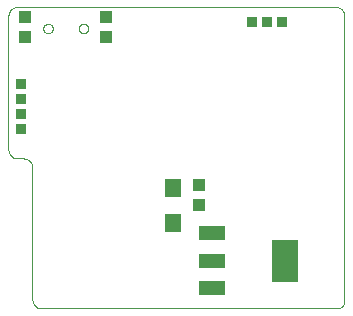
<source format=gbp>
G75*
%MOIN*%
%OFA0B0*%
%FSLAX25Y25*%
%IPPOS*%
%LPD*%
%AMOC8*
5,1,8,0,0,1.08239X$1,22.5*
%
%ADD10C,0.00000*%
%ADD11R,0.04331X0.03937*%
%ADD12R,0.03500X0.03200*%
%ADD13R,0.03200X0.03500*%
%ADD14R,0.08800X0.04800*%
%ADD15R,0.08661X0.14173*%
%ADD16R,0.03937X0.04331*%
%ADD17R,0.05512X0.06299*%
D10*
X0086078Y0053500D02*
X0086185Y0053498D01*
X0086292Y0053492D01*
X0086399Y0053483D01*
X0086505Y0053469D01*
X0086611Y0053452D01*
X0086716Y0053431D01*
X0086820Y0053407D01*
X0086923Y0053378D01*
X0087025Y0053346D01*
X0087126Y0053311D01*
X0087226Y0053272D01*
X0087324Y0053229D01*
X0087421Y0053183D01*
X0087516Y0053133D01*
X0087609Y0053080D01*
X0087700Y0053024D01*
X0087789Y0052964D01*
X0087876Y0052902D01*
X0087960Y0052836D01*
X0088043Y0052767D01*
X0088122Y0052696D01*
X0088199Y0052621D01*
X0088274Y0052544D01*
X0088345Y0052465D01*
X0088414Y0052382D01*
X0088480Y0052298D01*
X0088542Y0052211D01*
X0088602Y0052122D01*
X0088658Y0052031D01*
X0088711Y0051938D01*
X0088761Y0051843D01*
X0088807Y0051746D01*
X0088850Y0051648D01*
X0088889Y0051548D01*
X0088924Y0051447D01*
X0088956Y0051345D01*
X0088985Y0051242D01*
X0089009Y0051138D01*
X0089030Y0051033D01*
X0089047Y0050927D01*
X0089061Y0050821D01*
X0089070Y0050714D01*
X0089076Y0050607D01*
X0089078Y0050500D01*
X0089078Y0006500D01*
X0089080Y0006393D01*
X0089086Y0006286D01*
X0089095Y0006179D01*
X0089109Y0006073D01*
X0089126Y0005967D01*
X0089147Y0005862D01*
X0089171Y0005758D01*
X0089200Y0005655D01*
X0089232Y0005553D01*
X0089267Y0005452D01*
X0089306Y0005352D01*
X0089349Y0005254D01*
X0089395Y0005157D01*
X0089445Y0005062D01*
X0089498Y0004969D01*
X0089554Y0004878D01*
X0089614Y0004789D01*
X0089676Y0004702D01*
X0089742Y0004618D01*
X0089811Y0004535D01*
X0089882Y0004456D01*
X0089957Y0004379D01*
X0090034Y0004304D01*
X0090113Y0004233D01*
X0090196Y0004164D01*
X0090280Y0004098D01*
X0090367Y0004036D01*
X0090456Y0003976D01*
X0090547Y0003920D01*
X0090640Y0003867D01*
X0090735Y0003817D01*
X0090832Y0003771D01*
X0090930Y0003728D01*
X0091030Y0003689D01*
X0091131Y0003654D01*
X0091233Y0003622D01*
X0091336Y0003593D01*
X0091440Y0003569D01*
X0091545Y0003548D01*
X0091651Y0003531D01*
X0091757Y0003517D01*
X0091864Y0003508D01*
X0091971Y0003502D01*
X0092078Y0003500D01*
X0190578Y0003500D01*
X0190676Y0003502D01*
X0190774Y0003508D01*
X0190872Y0003517D01*
X0190969Y0003531D01*
X0191066Y0003548D01*
X0191162Y0003569D01*
X0191257Y0003594D01*
X0191351Y0003622D01*
X0191443Y0003655D01*
X0191535Y0003690D01*
X0191625Y0003730D01*
X0191713Y0003772D01*
X0191800Y0003819D01*
X0191884Y0003868D01*
X0191967Y0003921D01*
X0192047Y0003977D01*
X0192126Y0004037D01*
X0192202Y0004099D01*
X0192275Y0004164D01*
X0192346Y0004232D01*
X0192414Y0004303D01*
X0192479Y0004376D01*
X0192541Y0004452D01*
X0192601Y0004531D01*
X0192657Y0004611D01*
X0192710Y0004694D01*
X0192759Y0004778D01*
X0192806Y0004865D01*
X0192848Y0004953D01*
X0192888Y0005043D01*
X0192923Y0005135D01*
X0192956Y0005227D01*
X0192984Y0005321D01*
X0193009Y0005416D01*
X0193030Y0005512D01*
X0193047Y0005609D01*
X0193061Y0005706D01*
X0193070Y0005804D01*
X0193076Y0005902D01*
X0193078Y0006000D01*
X0193078Y0101000D01*
X0193076Y0101107D01*
X0193070Y0101214D01*
X0193061Y0101321D01*
X0193047Y0101427D01*
X0193030Y0101533D01*
X0193009Y0101638D01*
X0192985Y0101742D01*
X0192956Y0101845D01*
X0192924Y0101947D01*
X0192889Y0102048D01*
X0192850Y0102148D01*
X0192807Y0102246D01*
X0192761Y0102343D01*
X0192711Y0102438D01*
X0192658Y0102531D01*
X0192602Y0102622D01*
X0192542Y0102711D01*
X0192480Y0102798D01*
X0192414Y0102882D01*
X0192345Y0102965D01*
X0192274Y0103044D01*
X0192199Y0103121D01*
X0192122Y0103196D01*
X0192043Y0103267D01*
X0191960Y0103336D01*
X0191876Y0103402D01*
X0191789Y0103464D01*
X0191700Y0103524D01*
X0191609Y0103580D01*
X0191516Y0103633D01*
X0191421Y0103683D01*
X0191324Y0103729D01*
X0191226Y0103772D01*
X0191126Y0103811D01*
X0191025Y0103846D01*
X0190923Y0103878D01*
X0190820Y0103907D01*
X0190716Y0103931D01*
X0190611Y0103952D01*
X0190505Y0103969D01*
X0190399Y0103983D01*
X0190292Y0103992D01*
X0190185Y0103998D01*
X0190078Y0104000D01*
X0084120Y0104000D01*
X0084011Y0103998D01*
X0083903Y0103992D01*
X0083795Y0103983D01*
X0083687Y0103969D01*
X0083580Y0103952D01*
X0083474Y0103931D01*
X0083368Y0103906D01*
X0083263Y0103877D01*
X0083160Y0103844D01*
X0083057Y0103808D01*
X0082956Y0103769D01*
X0082857Y0103725D01*
X0082759Y0103678D01*
X0082663Y0103628D01*
X0082568Y0103574D01*
X0082476Y0103517D01*
X0082386Y0103457D01*
X0082298Y0103393D01*
X0082212Y0103327D01*
X0082129Y0103257D01*
X0082048Y0103185D01*
X0081970Y0103109D01*
X0081894Y0103031D01*
X0081822Y0102950D01*
X0081752Y0102867D01*
X0081686Y0102781D01*
X0081622Y0102693D01*
X0081562Y0102603D01*
X0081505Y0102511D01*
X0081451Y0102416D01*
X0081401Y0102320D01*
X0081354Y0102222D01*
X0081310Y0102123D01*
X0081271Y0102022D01*
X0081235Y0101919D01*
X0081202Y0101816D01*
X0081173Y0101711D01*
X0081148Y0101605D01*
X0081127Y0101499D01*
X0081110Y0101392D01*
X0081096Y0101284D01*
X0081087Y0101176D01*
X0081081Y0101068D01*
X0081079Y0100959D01*
X0081078Y0100959D02*
X0081078Y0056500D01*
X0081080Y0056393D01*
X0081086Y0056286D01*
X0081095Y0056179D01*
X0081109Y0056073D01*
X0081126Y0055967D01*
X0081147Y0055862D01*
X0081171Y0055758D01*
X0081200Y0055655D01*
X0081232Y0055553D01*
X0081267Y0055452D01*
X0081306Y0055352D01*
X0081349Y0055254D01*
X0081395Y0055157D01*
X0081445Y0055062D01*
X0081498Y0054969D01*
X0081554Y0054878D01*
X0081614Y0054789D01*
X0081676Y0054702D01*
X0081742Y0054618D01*
X0081811Y0054535D01*
X0081882Y0054456D01*
X0081957Y0054379D01*
X0082034Y0054304D01*
X0082113Y0054233D01*
X0082196Y0054164D01*
X0082280Y0054098D01*
X0082367Y0054036D01*
X0082456Y0053976D01*
X0082547Y0053920D01*
X0082640Y0053867D01*
X0082735Y0053817D01*
X0082832Y0053771D01*
X0082930Y0053728D01*
X0083030Y0053689D01*
X0083131Y0053654D01*
X0083233Y0053622D01*
X0083336Y0053593D01*
X0083440Y0053569D01*
X0083545Y0053548D01*
X0083651Y0053531D01*
X0083757Y0053517D01*
X0083864Y0053508D01*
X0083971Y0053502D01*
X0084078Y0053500D01*
X0086078Y0053500D01*
X0092722Y0096804D02*
X0092724Y0096883D01*
X0092730Y0096962D01*
X0092740Y0097041D01*
X0092754Y0097119D01*
X0092771Y0097196D01*
X0092793Y0097272D01*
X0092818Y0097347D01*
X0092848Y0097420D01*
X0092880Y0097492D01*
X0092917Y0097563D01*
X0092957Y0097631D01*
X0093000Y0097697D01*
X0093046Y0097761D01*
X0093096Y0097823D01*
X0093149Y0097882D01*
X0093204Y0097938D01*
X0093263Y0097992D01*
X0093324Y0098042D01*
X0093387Y0098090D01*
X0093453Y0098134D01*
X0093521Y0098175D01*
X0093591Y0098212D01*
X0093662Y0098246D01*
X0093736Y0098276D01*
X0093810Y0098302D01*
X0093886Y0098324D01*
X0093963Y0098343D01*
X0094041Y0098358D01*
X0094119Y0098369D01*
X0094198Y0098376D01*
X0094277Y0098379D01*
X0094356Y0098378D01*
X0094435Y0098373D01*
X0094514Y0098364D01*
X0094592Y0098351D01*
X0094669Y0098334D01*
X0094746Y0098314D01*
X0094821Y0098289D01*
X0094895Y0098261D01*
X0094968Y0098229D01*
X0095038Y0098194D01*
X0095107Y0098155D01*
X0095174Y0098112D01*
X0095239Y0098066D01*
X0095301Y0098018D01*
X0095361Y0097966D01*
X0095418Y0097911D01*
X0095472Y0097853D01*
X0095523Y0097793D01*
X0095571Y0097730D01*
X0095616Y0097665D01*
X0095658Y0097597D01*
X0095696Y0097528D01*
X0095730Y0097457D01*
X0095761Y0097384D01*
X0095789Y0097309D01*
X0095812Y0097234D01*
X0095832Y0097157D01*
X0095848Y0097080D01*
X0095860Y0097001D01*
X0095868Y0096923D01*
X0095872Y0096844D01*
X0095872Y0096764D01*
X0095868Y0096685D01*
X0095860Y0096607D01*
X0095848Y0096528D01*
X0095832Y0096451D01*
X0095812Y0096374D01*
X0095789Y0096299D01*
X0095761Y0096224D01*
X0095730Y0096151D01*
X0095696Y0096080D01*
X0095658Y0096011D01*
X0095616Y0095943D01*
X0095571Y0095878D01*
X0095523Y0095815D01*
X0095472Y0095755D01*
X0095418Y0095697D01*
X0095361Y0095642D01*
X0095301Y0095590D01*
X0095239Y0095542D01*
X0095174Y0095496D01*
X0095107Y0095453D01*
X0095038Y0095414D01*
X0094968Y0095379D01*
X0094895Y0095347D01*
X0094821Y0095319D01*
X0094746Y0095294D01*
X0094669Y0095274D01*
X0094592Y0095257D01*
X0094514Y0095244D01*
X0094435Y0095235D01*
X0094356Y0095230D01*
X0094277Y0095229D01*
X0094198Y0095232D01*
X0094119Y0095239D01*
X0094041Y0095250D01*
X0093963Y0095265D01*
X0093886Y0095284D01*
X0093810Y0095306D01*
X0093736Y0095332D01*
X0093662Y0095362D01*
X0093591Y0095396D01*
X0093521Y0095433D01*
X0093453Y0095474D01*
X0093387Y0095518D01*
X0093324Y0095566D01*
X0093263Y0095616D01*
X0093204Y0095670D01*
X0093149Y0095726D01*
X0093096Y0095785D01*
X0093046Y0095847D01*
X0093000Y0095911D01*
X0092957Y0095977D01*
X0092917Y0096045D01*
X0092880Y0096116D01*
X0092848Y0096188D01*
X0092818Y0096261D01*
X0092793Y0096336D01*
X0092771Y0096412D01*
X0092754Y0096489D01*
X0092740Y0096567D01*
X0092730Y0096646D01*
X0092724Y0096725D01*
X0092722Y0096804D01*
X0104533Y0096804D02*
X0104535Y0096883D01*
X0104541Y0096962D01*
X0104551Y0097041D01*
X0104565Y0097119D01*
X0104582Y0097196D01*
X0104604Y0097272D01*
X0104629Y0097347D01*
X0104659Y0097420D01*
X0104691Y0097492D01*
X0104728Y0097563D01*
X0104768Y0097631D01*
X0104811Y0097697D01*
X0104857Y0097761D01*
X0104907Y0097823D01*
X0104960Y0097882D01*
X0105015Y0097938D01*
X0105074Y0097992D01*
X0105135Y0098042D01*
X0105198Y0098090D01*
X0105264Y0098134D01*
X0105332Y0098175D01*
X0105402Y0098212D01*
X0105473Y0098246D01*
X0105547Y0098276D01*
X0105621Y0098302D01*
X0105697Y0098324D01*
X0105774Y0098343D01*
X0105852Y0098358D01*
X0105930Y0098369D01*
X0106009Y0098376D01*
X0106088Y0098379D01*
X0106167Y0098378D01*
X0106246Y0098373D01*
X0106325Y0098364D01*
X0106403Y0098351D01*
X0106480Y0098334D01*
X0106557Y0098314D01*
X0106632Y0098289D01*
X0106706Y0098261D01*
X0106779Y0098229D01*
X0106849Y0098194D01*
X0106918Y0098155D01*
X0106985Y0098112D01*
X0107050Y0098066D01*
X0107112Y0098018D01*
X0107172Y0097966D01*
X0107229Y0097911D01*
X0107283Y0097853D01*
X0107334Y0097793D01*
X0107382Y0097730D01*
X0107427Y0097665D01*
X0107469Y0097597D01*
X0107507Y0097528D01*
X0107541Y0097457D01*
X0107572Y0097384D01*
X0107600Y0097309D01*
X0107623Y0097234D01*
X0107643Y0097157D01*
X0107659Y0097080D01*
X0107671Y0097001D01*
X0107679Y0096923D01*
X0107683Y0096844D01*
X0107683Y0096764D01*
X0107679Y0096685D01*
X0107671Y0096607D01*
X0107659Y0096528D01*
X0107643Y0096451D01*
X0107623Y0096374D01*
X0107600Y0096299D01*
X0107572Y0096224D01*
X0107541Y0096151D01*
X0107507Y0096080D01*
X0107469Y0096011D01*
X0107427Y0095943D01*
X0107382Y0095878D01*
X0107334Y0095815D01*
X0107283Y0095755D01*
X0107229Y0095697D01*
X0107172Y0095642D01*
X0107112Y0095590D01*
X0107050Y0095542D01*
X0106985Y0095496D01*
X0106918Y0095453D01*
X0106849Y0095414D01*
X0106779Y0095379D01*
X0106706Y0095347D01*
X0106632Y0095319D01*
X0106557Y0095294D01*
X0106480Y0095274D01*
X0106403Y0095257D01*
X0106325Y0095244D01*
X0106246Y0095235D01*
X0106167Y0095230D01*
X0106088Y0095229D01*
X0106009Y0095232D01*
X0105930Y0095239D01*
X0105852Y0095250D01*
X0105774Y0095265D01*
X0105697Y0095284D01*
X0105621Y0095306D01*
X0105547Y0095332D01*
X0105473Y0095362D01*
X0105402Y0095396D01*
X0105332Y0095433D01*
X0105264Y0095474D01*
X0105198Y0095518D01*
X0105135Y0095566D01*
X0105074Y0095616D01*
X0105015Y0095670D01*
X0104960Y0095726D01*
X0104907Y0095785D01*
X0104857Y0095847D01*
X0104811Y0095911D01*
X0104768Y0095977D01*
X0104728Y0096045D01*
X0104691Y0096116D01*
X0104659Y0096188D01*
X0104629Y0096261D01*
X0104604Y0096336D01*
X0104582Y0096412D01*
X0104565Y0096489D01*
X0104551Y0096567D01*
X0104541Y0096646D01*
X0104535Y0096725D01*
X0104533Y0096804D01*
D11*
X0113705Y0094053D03*
X0113705Y0100746D03*
X0086455Y0100521D03*
X0086455Y0093829D03*
D12*
X0085141Y0078479D03*
X0085141Y0073479D03*
X0085141Y0068479D03*
X0085141Y0063479D03*
D13*
X0162279Y0098852D03*
X0167279Y0098852D03*
X0172279Y0098852D03*
D14*
X0148978Y0028500D03*
X0148978Y0019400D03*
X0148978Y0010300D03*
D15*
X0173379Y0019400D03*
D16*
X0144678Y0037854D03*
X0144678Y0044546D03*
D17*
X0135878Y0043706D03*
X0135878Y0031894D03*
M02*

</source>
